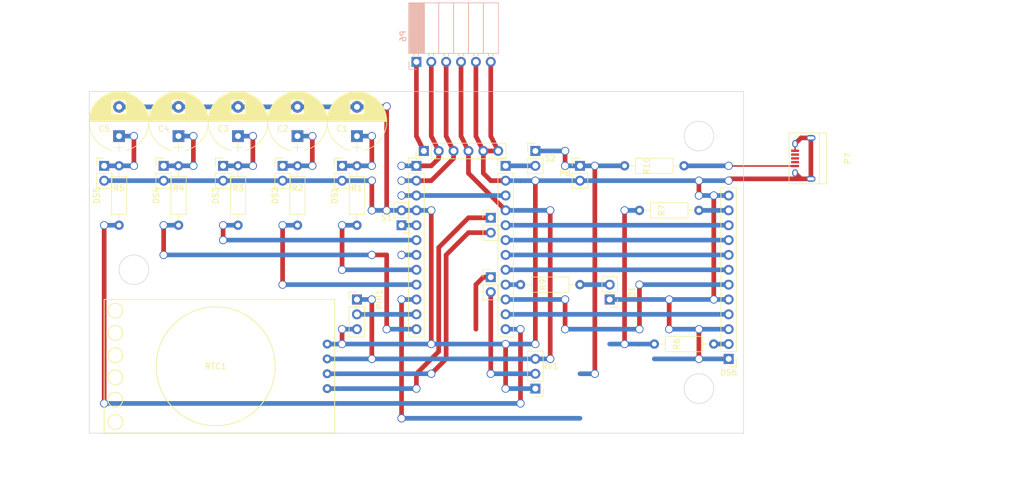
<source format=kicad_pcb>
(kicad_pcb (version 4) (host pcbnew 4.0.7)
  (title_block (title "Voltmeter Clock") (date 2017-04-02) (rev 1) (company "By Megasaturnv") (comment 1 "For Veroboard / Stripboard"))
  (layers (0 F.Cu signal) (31 B.Cu signal) (34 B.Paste user hide) (35 F.Paste user hide) (36 B.SilkS user) (37 F.SilkS user) (38 B.Mask user hide) (39 F.Mask user hide) (44 Edge.Cuts user))
  (net 0 "")
  (net 1 "/1(Tx)")
  (net 2 "/0(Rx)")
  (net 3 /Reset)
  (net 4 GND)
  (net 5 /2)
  (net 6 "/3(**)")
  (net 7 /4)
  (net 8 "/5(**)")
  (net 9 "/6(**)")
  (net 10 /7)
  (net 11 /8)
  (net 12 "/9(**)")
  (net 13 /DTR)
  (net 14 /A5)
  (net 15 /A4)
  (net 16 /RAW)
  (net 17 /A3)
  (net 18 /A2)
  (net 19 /A1)
  (net 20 /A0)
  (net 21 "/13(SCK)")
  (net 22 "/12(MISO)")
  (net 23 "/11(**/MOSI)")
  (net 24 "/10(**/SS)")
  (net 25 /A7)
  (net 26 /A6)
  (net 27 "Net-(C1-Pad1)")
  (net 28 "Net-(C2-Pad1)")
  (net 29 "Net-(C3-Pad1)")
  (net 30 "Net-(C4-Pad1)")
  (net 31 "Net-(C5-Pad1)")
  (net 32 "Net-(D1-Pad2)")
  (net 33 "Net-(DS6-Pad2)")
  (net 34 +3V3)
  (net 35 +5V)
  (net 36 "Net-(P7-Pad2)")
  (net 37 "Net-(P7-Pad3)")
  (net 38 "Net-(P7-Pad4)")
  (net 39 "Net-(DS6-Pad15)")
  (net 40 "Net-(P9-Pad2)")
  (net 41 /ONOFF_RAW)
  (module Connectors:USB_Micro-B (layer F.Cu) (at 152.4 41.91 90)
    (fp_text reference P7 (at 0 7.62 90) (layer F.SilkS))
    (fp_text value USB_OTG)
    (pad 1 smd rect (at -1.3 -1.35 180) (size 1.35 0.4) (layers F.Cu F.Paste F.Mask) (net 35 +5V))
    (pad 2 smd rect (at -0.65 -1.35 180) (size 1.35 0.4) (layers F.Cu F.Paste F.Mask) (net 36 "Net-(P7-Pad2)"))
    (pad 3 smd rect (at 0 -1.35 180) (size 1.35 0.4) (layers F.Cu F.Paste F.Mask) (net 37 "Net-(P7-Pad3)"))
    (pad 4 smd rect (at 0.65 -1.35 180) (size 1.35 0.4) (layers F.Cu F.Paste F.Mask) (net 38 "Net-(P7-Pad4)"))
    (pad 5 smd rect (at 1.3 -1.35 180) (size 1.35 0.4) (layers F.Cu F.Paste F.Mask) (net 4 GND))
    (pad 6 thru_hole oval (at -2.5 -1.35 180) (size 0.95 1.25) (drill oval 0.55 0.85) (layers *.Cu *.Mask) (net 4 GND))
    (pad 6 thru_hole oval (at 2.5 -1.35 180) (size 0.95 1.25) (drill oval 0.55 0.85) (layers *.Cu *.Mask) (net 4 GND))
    (pad 6 thru_hole oval (at -3.5 1.35 180) (size 1.55 1) (drill oval 1.15 0.5) (layers *.Cu *.Mask) (net 4 GND))
    (pad 6 thru_hole oval (at 3.5 1.35 180) (size 1.55 1) (drill oval 1.15 0.5) (layers *.Cu *.Mask) (net 4 GND))
  )
  (module Capacitors_THT:CP_Radial_D10.0mm_P5.00mm (layer F.Cu) (at 76.2 38.1 90)
    (fp_text reference C1 (at 1.27 -2.54 180) (layer F.SilkS))
    (fp_text value 47uF)
    (pad 1 thru_hole rect (at 0 0 90) (size 2 2) (drill 1) (layers *.Cu *.Mask) (net 27 "Net-(C1-Pad1)"))
    (pad 2 thru_hole circle (at 5 0 90) (size 2 2) (drill 1) (layers *.Cu *.Mask) (net 4 GND))
  )
  (module Capacitors_THT:CP_Radial_D10.0mm_P5.00mm (layer F.Cu) (at 66.04 38.1 90)
    (fp_text reference C2 (at 1.27 -2.54 180) (layer F.SilkS))
    (fp_text value 47uF)
    (pad 1 thru_hole rect (at 0 0 90) (size 2 2) (drill 1) (layers *.Cu *.Mask) (net 28 "Net-(C2-Pad1)"))
    (pad 2 thru_hole circle (at 5 0 90) (size 2 2) (drill 1) (layers *.Cu *.Mask) (net 4 GND))
  )
  (module Capacitors_THT:CP_Radial_D10.0mm_P5.00mm (layer F.Cu) (at 55.88 38.1 90)
    (fp_text reference C3 (at 1.27 -2.54 180) (layer F.SilkS))
    (fp_text value 47uF)
    (pad 1 thru_hole rect (at 0 0 90) (size 2 2) (drill 1) (layers *.Cu *.Mask) (net 29 "Net-(C3-Pad1)"))
    (pad 2 thru_hole circle (at 5 0 90) (size 2 2) (drill 1) (layers *.Cu *.Mask) (net 4 GND))
  )
  (module Capacitors_THT:CP_Radial_D10.0mm_P5.00mm (layer F.Cu) (at 45.72 38.1 90)
    (fp_text reference C4 (at 1.27 -2.54 180) (layer F.SilkS))
    (fp_text value 47uF)
    (pad 1 thru_hole rect (at 0 0 90) (size 2 2) (drill 1) (layers *.Cu *.Mask) (net 30 "Net-(C4-Pad1)"))
    (pad 2 thru_hole circle (at 5 0 90) (size 2 2) (drill 1) (layers *.Cu *.Mask) (net 4 GND))
  )
  (module Capacitors_THT:CP_Radial_D10.0mm_P5.00mm (layer F.Cu) (at 35.56 38.1 90)
    (fp_text reference C5 (at 1.27 -2.54 180) (layer F.SilkS))
    (fp_text value 47uF)
    (pad 1 thru_hole rect (at 0 0 90) (size 2 2) (drill 1) (layers *.Cu *.Mask) (net 31 "Net-(C5-Pad1)"))
    (pad 2 thru_hole circle (at 5 0 90) (size 2 2) (drill 1) (layers *.Cu *.Mask) (net 4 GND))
  )
  (module Pin_Headers:Pin_Header_Straight_1x02_Pitch2.54mm (layer F.Cu) (at 119.38 66.04 180)
    (fp_text reference D1 (at -3.81 1.27 270) (layer F.SilkS))
    (fp_text value LED)
    (pad 1 thru_hole rect (at 0 0 180) (size 1.7 1.7) (drill 1) (layers *.Cu *.Mask) (net 4 GND))
    (pad 2 thru_hole oval (at 0 2.54 180) (size 1.7 1.7) (drill 1) (layers *.Cu *.Mask) (net 32 "Net-(D1-Pad2)"))
  )
  (module Pin_Headers:Pin_Header_Straight_1x02_Pitch2.54mm (layer F.Cu) (at 73.66 43.18)
    (fp_text reference DS1 (at -1.27 5.08 90) (layer F.SilkS))
    (fp_text value VU_SECS)
    (pad 1 thru_hole rect (at 0 0) (size 1.7 1.7) (drill 1) (layers *.Cu *.Mask) (net 27 "Net-(C1-Pad1)"))
    (pad 2 thru_hole oval (at 0 2.54) (size 1.7 1.7) (drill 1) (layers *.Cu *.Mask) (net 4 GND))
  )
  (module Pin_Headers:Pin_Header_Straight_1x02_Pitch2.54mm (layer F.Cu) (at 63.5 43.18)
    (fp_text reference DS2 (at -1.27 5.08 90) (layer F.SilkS))
    (fp_text value VU_MINS)
    (pad 1 thru_hole rect (at 0 0) (size 1.7 1.7) (drill 1) (layers *.Cu *.Mask) (net 28 "Net-(C2-Pad1)"))
    (pad 2 thru_hole oval (at 0 2.54) (size 1.7 1.7) (drill 1) (layers *.Cu *.Mask) (net 4 GND))
  )
  (module Pin_Headers:Pin_Header_Straight_1x02_Pitch2.54mm (layer F.Cu) (at 53.34 43.18)
    (fp_text reference DS3 (at -1.27 5.08 90) (layer F.SilkS))
    (fp_text value VU_HOURS)
    (pad 1 thru_hole rect (at 0 0) (size 1.7 1.7) (drill 1) (layers *.Cu *.Mask) (net 29 "Net-(C3-Pad1)"))
    (pad 2 thru_hole oval (at 0 2.54) (size 1.7 1.7) (drill 1) (layers *.Cu *.Mask) (net 4 GND))
  )
  (module Pin_Headers:Pin_Header_Straight_1x02_Pitch2.54mm (layer F.Cu) (at 43.18 43.18)
    (fp_text reference DS4 (at -1.27 5.08 90) (layer F.SilkS))
    (fp_text value VU_DAY)
    (pad 1 thru_hole rect (at 0 0) (size 1.7 1.7) (drill 1) (layers *.Cu *.Mask) (net 30 "Net-(C4-Pad1)"))
    (pad 2 thru_hole oval (at 0 2.54) (size 1.7 1.7) (drill 1) (layers *.Cu *.Mask) (net 4 GND))
  )
  (module Pin_Headers:Pin_Header_Straight_1x02_Pitch2.54mm (layer F.Cu) (at 33.02 43.18)
    (fp_text reference DS5 (at -1.27 5.08 90) (layer F.SilkS))
    (fp_text value VU_MONTH)
    (pad 1 thru_hole rect (at 0 0) (size 1.7 1.7) (drill 1) (layers *.Cu *.Mask) (net 31 "Net-(C5-Pad1)"))
    (pad 2 thru_hole oval (at 0 2.54) (size 1.7 1.7) (drill 1) (layers *.Cu *.Mask) (net 4 GND))
  )
  (module Socket_Strips:Socket_Strip_Straight_1x12_Pitch2.54mm (layer F.Cu) (at 86.36 43.18)
    (fp_text reference P1 hide)
    (fp_text value Digital hide)
    (pad 1 thru_hole rect (at 0 0) (size 1.7 1.7) (drill 1) (layers *.Cu *.Mask) (net 1 "/1(Tx)"))
    (pad 2 thru_hole oval (at 0 2.54) (size 1.7 1.7) (drill 1) (layers *.Cu *.Mask) (net 2 "/0(Rx)"))
    (pad 3 thru_hole oval (at 0 5.08) (size 1.7 1.7) (drill 1) (layers *.Cu *.Mask) (net 3 /Reset))
    (pad 4 thru_hole oval (at 0 7.62) (size 1.7 1.7) (drill 1) (layers *.Cu *.Mask) (net 4 GND))
    (pad 5 thru_hole oval (at 0 10.16) (size 1.7 1.7) (drill 1) (layers *.Cu *.Mask) (net 5 /2))
    (pad 6 thru_hole oval (at 0 12.7) (size 1.7 1.7) (drill 1) (layers *.Cu *.Mask) (net 6 "/3(**)"))
    (pad 7 thru_hole oval (at 0 15.24) (size 1.7 1.7) (drill 1) (layers *.Cu *.Mask) (net 7 /4))
    (pad 8 thru_hole oval (at 0 17.78) (size 1.7 1.7) (drill 1) (layers *.Cu *.Mask) (net 8 "/5(**)"))
    (pad 9 thru_hole oval (at 0 20.32) (size 1.7 1.7) (drill 1) (layers *.Cu *.Mask) (net 9 "/6(**)"))
    (pad 10 thru_hole oval (at 0 22.86) (size 1.7 1.7) (drill 1) (layers *.Cu *.Mask) (net 10 /7))
    (pad 11 thru_hole oval (at 0 25.4) (size 1.7 1.7) (drill 1) (layers *.Cu *.Mask) (net 11 /8))
    (pad 12 thru_hole oval (at 0 27.94) (size 1.7 1.7) (drill 1) (layers *.Cu *.Mask) (net 12 "/9(**)"))
  )
  (module Pin_Headers:Pin_Header_Straight_1x06_Pitch2.54mm (layer F.Cu) (at 87.63 40.64 90)
    (fp_text reference P2 hide)
    (fp_text value COM hide)
    (pad 1 thru_hole rect (at 0 0 90) (size 1.7 1.7) (drill 1) (layers *.Cu *.Mask) (net 13 /DTR))
    (pad 2 thru_hole oval (at 0 2.54 90) (size 1.7 1.7) (drill 1) (layers *.Cu *.Mask) (net 1 "/1(Tx)"))
    (pad 3 thru_hole oval (at 0 5.08 90) (size 1.7 1.7) (drill 1) (layers *.Cu *.Mask) (net 2 "/0(Rx)"))
    (pad 4 thru_hole oval (at 0 7.62 90) (size 1.7 1.7) (drill 1) (layers *.Cu *.Mask) (net 34 +3V3))
    (pad 5 thru_hole oval (at 0 10.16 90) (size 1.7 1.7) (drill 1) (layers *.Cu *.Mask) (net 4 GND))
    (pad 6 thru_hole oval (at 0 12.7 90) (size 1.7 1.7) (drill 1) (layers *.Cu *.Mask) (net 4 GND))
  )
  (module Pin_Headers:Pin_Header_Straight_1x02_Pitch2.54mm (layer F.Cu) (at 99.06 52.07)
    (fp_text reference P3 hide)
    (fp_text value ADC hide)
    (pad 1 thru_hole rect (at 0 0) (size 1.7 1.7) (drill 1) (layers *.Cu *.Mask) (net 14 /A5))
    (pad 2 thru_hole oval (at 0 2.54) (size 1.7 1.7) (drill 1) (layers *.Cu *.Mask) (net 15 /A4))
  )
  (module Socket_Strips:Socket_Strip_Straight_1x12_Pitch2.54mm (layer F.Cu) (at 101.6 43.18)
    (fp_text reference P4 hide)
    (fp_text value Analog hide)
    (pad 1 thru_hole rect (at 0 0) (size 1.7 1.7) (drill 1) (layers *.Cu *.Mask) (net 16 /RAW))
    (pad 2 thru_hole oval (at 0 2.54) (size 1.7 1.7) (drill 1) (layers *.Cu *.Mask) (net 4 GND))
    (pad 3 thru_hole oval (at 0 5.08) (size 1.7 1.7) (drill 1) (layers *.Cu *.Mask) (net 3 /Reset))
    (pad 4 thru_hole oval (at 0 7.62) (size 1.7 1.7) (drill 1) (layers *.Cu *.Mask) (net 34 +3V3))
    (pad 5 thru_hole oval (at 0 10.16) (size 1.7 1.7) (drill 1) (layers *.Cu *.Mask) (net 17 /A3))
    (pad 6 thru_hole oval (at 0 12.7) (size 1.7 1.7) (drill 1) (layers *.Cu *.Mask) (net 18 /A2))
    (pad 7 thru_hole oval (at 0 15.24) (size 1.7 1.7) (drill 1) (layers *.Cu *.Mask) (net 19 /A1))
    (pad 8 thru_hole oval (at 0 17.78) (size 1.7 1.7) (drill 1) (layers *.Cu *.Mask) (net 20 /A0))
    (pad 9 thru_hole oval (at 0 20.32) (size 1.7 1.7) (drill 1) (layers *.Cu *.Mask) (net 21 "/13(SCK)"))
    (pad 10 thru_hole oval (at 0 22.86) (size 1.7 1.7) (drill 1) (layers *.Cu *.Mask) (net 22 "/12(MISO)"))
    (pad 11 thru_hole oval (at 0 25.4) (size 1.7 1.7) (drill 1) (layers *.Cu *.Mask) (net 23 "/11(**/MOSI)"))
    (pad 12 thru_hole oval (at 0 27.94) (size 1.7 1.7) (drill 1) (layers *.Cu *.Mask) (net 24 "/10(**/SS)"))
  )
  (module Pin_Headers:Pin_Header_Straight_1x02_Pitch2.54mm (layer F.Cu) (at 99.06 62.23)
    (fp_text reference P5 hide)
    (fp_text value ADC hide)
    (pad 1 thru_hole rect (at 0 0) (size 1.7 1.7) (drill 1) (layers *.Cu *.Mask) (net 25 /A7))
    (pad 2 thru_hole oval (at 0 2.54) (size 1.7 1.7) (drill 1) (layers *.Cu *.Mask) (net 26 /A6))
  )
  (module Socket_Strips:Socket_Strip_Angled_1x06_Pitch2.54mm (layer B.Cu) (at 86.36 25.4 270)
    (fp_text reference P6 (at -4.38 2.27 270) (layer B.SilkS) (effects (justify mirror)))
    (fp_text value Serial_Conn)
    (pad 1 thru_hole rect (at 0 0 270) (size 1.7 1.7) (drill 1) (layers *.Cu *.Mask) (net 13 /DTR))
    (pad 2 thru_hole oval (at 0 -2.54 270) (size 1.7 1.7) (drill 1) (layers *.Cu *.Mask) (net 1 "/1(Tx)"))
    (pad 3 thru_hole oval (at 0 -5.08 270) (size 1.7 1.7) (drill 1) (layers *.Cu *.Mask) (net 2 "/0(Rx)"))
    (pad 4 thru_hole oval (at 0 -7.62 270) (size 1.7 1.7) (drill 1) (layers *.Cu *.Mask) (net 34 +3V3))
    (pad 5 thru_hole oval (at 0 -10.16 270) (size 1.7 1.7) (drill 1) (layers *.Cu *.Mask) (net 4 GND))
    (pad 6 thru_hole oval (at 0 -12.7 270) (size 1.7 1.7) (drill 1) (layers *.Cu *.Mask) (net 4 GND))
  )
  (module Pin_Headers:Pin_Header_Straight_1x02_Pitch2.54mm (layer F.Cu) (at 114.3 43.18)
    (fp_text reference P8 (at -2.54 1.27) (layer F.SilkS))
    (fp_text value Battery_Conn)
    (pad 1 thru_hole rect (at 0 0) (size 1.7 1.7) (drill 1) (layers *.Cu *.Mask) (net 41 /ONOFF_RAW))
    (pad 2 thru_hole oval (at 0 2.54) (size 1.7 1.7) (drill 1) (layers *.Cu *.Mask) (net 4 GND))
  )
  (module Pin_Headers:Pin_Header_Straight_1x03_Pitch2.54mm (layer F.Cu) (at 76.2 66.04)
    (fp_text reference PIR1 (at 3.81 0 90) (layer F.SilkS))
    (fp_text value PIR_SENSOR)
    (pad 1 thru_hole rect (at 0 0) (size 1.7 1.7) (drill 1) (layers *.Cu *.Mask) (net 34 +3V3))
    (pad 2 thru_hole oval (at 0 2.54) (size 1.7 1.7) (drill 1) (layers *.Cu *.Mask) (net 11 /8))
    (pad 3 thru_hole oval (at 0 5.08) (size 1.7 1.7) (drill 1) (layers *.Cu *.Mask) (net 4 GND))
  )
  (module Resistors_THT:R_Axial_DIN0207_L6.3mm_D2.5mm_P10.16mm_Horizontal (layer F.Cu) (at 76.2 53.34 90)
    (fp_text reference R1 (at 6.35 0 180) (layer F.SilkS))
    (fp_text value 470R)
    (pad 1 thru_hole circle (at 0 0 90) (size 1.6 1.6) (drill 0.8) (layers *.Cu *.Mask) (net 8 "/5(**)"))
    (pad 2 thru_hole oval (at 10.16 0 90) (size 1.6 1.6) (drill 0.8) (layers *.Cu *.Mask) (net 27 "Net-(C1-Pad1)"))
  )
  (module Resistors_THT:R_Axial_DIN0207_L6.3mm_D2.5mm_P10.16mm_Horizontal (layer F.Cu) (at 66.04 53.34 90)
    (fp_text reference R2 (at 6.35 0 180) (layer F.SilkS))
    (fp_text value 470R)
    (pad 1 thru_hole circle (at 0 0 90) (size 1.6 1.6) (drill 0.8) (layers *.Cu *.Mask) (net 9 "/6(**)"))
    (pad 2 thru_hole oval (at 10.16 0 90) (size 1.6 1.6) (drill 0.8) (layers *.Cu *.Mask) (net 28 "Net-(C2-Pad1)"))
  )
  (module Resistors_THT:R_Axial_DIN0207_L6.3mm_D2.5mm_P10.16mm_Horizontal (layer F.Cu) (at 55.88 53.34 90)
    (fp_text reference R3 (at 6.35 0 180) (layer F.SilkS))
    (fp_text value 470R)
    (pad 1 thru_hole circle (at 0 0 90) (size 1.6 1.6) (drill 0.8) (layers *.Cu *.Mask) (net 6 "/3(**)"))
    (pad 2 thru_hole oval (at 10.16 0 90) (size 1.6 1.6) (drill 0.8) (layers *.Cu *.Mask) (net 29 "Net-(C3-Pad1)"))
  )
  (module Resistors_THT:R_Axial_DIN0207_L6.3mm_D2.5mm_P10.16mm_Horizontal (layer F.Cu) (at 45.72 53.34 90)
    (fp_text reference R4 (at 6.35 0 180) (layer F.SilkS))
    (fp_text value 470R)
    (pad 1 thru_hole circle (at 0 0 90) (size 1.6 1.6) (drill 0.8) (layers *.Cu *.Mask) (net 12 "/9(**)"))
    (pad 2 thru_hole oval (at 10.16 0 90) (size 1.6 1.6) (drill 0.8) (layers *.Cu *.Mask) (net 30 "Net-(C4-Pad1)"))
  )
  (module Resistors_THT:R_Axial_DIN0207_L6.3mm_D2.5mm_P10.16mm_Horizontal (layer F.Cu) (at 35.56 53.34 90)
    (fp_text reference R5 (at 6.35 0 180) (layer F.SilkS))
    (fp_text value 470R)
    (pad 1 thru_hole circle (at 0 0 90) (size 1.6 1.6) (drill 0.8) (layers *.Cu *.Mask) (net 24 "/10(**/SS)"))
    (pad 2 thru_hole oval (at 10.16 0 90) (size 1.6 1.6) (drill 0.8) (layers *.Cu *.Mask) (net 31 "Net-(C5-Pad1)"))
  )
  (module Resistors_THT:R_Axial_DIN0207_L6.3mm_D2.5mm_P10.16mm_Horizontal (layer F.Cu) (at 127 73.66)
    (fp_text reference R6 (at 3.81 0 90) (layer F.SilkS))
    (fp_text value 1000R)
    (pad 1 thru_hole circle (at 0 0) (size 1.6 1.6) (drill 0.8) (layers *.Cu *.Mask) (net 40 "Net-(P9-Pad2)"))
    (pad 2 thru_hole oval (at 10.16 0) (size 1.6 1.6) (drill 0.8) (layers *.Cu *.Mask) (net 33 "Net-(DS6-Pad2)"))
  )
  (module Resistors_THT:R_Axial_DIN0207_L6.3mm_D2.5mm_P10.16mm_Horizontal (layer F.Cu) (at 124.46 50.8)
    (fp_text reference R7 (at 3.81 0 90) (layer F.SilkS))
    (fp_text value 1000R)
    (pad 1 thru_hole circle (at 0 0) (size 1.6 1.6) (drill 0.8) (layers *.Cu *.Mask) (net 40 "Net-(P9-Pad2)"))
    (pad 2 thru_hole oval (at 10.16 0) (size 1.6 1.6) (drill 0.8) (layers *.Cu *.Mask) (net 39 "Net-(DS6-Pad15)"))
  )
  (module Resistors_THT:R_Axial_DIN0207_L6.3mm_D2.5mm_P10.16mm_Horizontal (layer F.Cu) (at 114.3 63.5 180)
    (fp_text reference R9 (at 6.35 0 270) (layer F.SilkS))
    (fp_text value 1000R)
    (pad 1 thru_hole circle (at 0 0 180) (size 1.6 1.6) (drill 0.8) (layers *.Cu *.Mask) (net 32 "Net-(D1-Pad2)"))
    (pad 2 thru_hole oval (at 10.16 0 180) (size 1.6 1.6) (drill 0.8) (layers *.Cu *.Mask) (net 21 "/13(SCK)"))
  )
  (module Resistors_THT:R_Axial_DIN0207_L6.3mm_D2.5mm_P10.16mm_Horizontal (layer F.Cu) (at 132.08 43.18 180)
    (fp_text reference R10 (at 6.35 0 270) (layer F.SilkS))
    (fp_text value 100R)
    (pad 1 thru_hole circle (at 0 0 180) (size 1.6 1.6) (drill 0.8) (layers *.Cu *.Mask) (net 35 +5V))
    (pad 2 thru_hole oval (at 10.16 0 180) (size 1.6 1.6) (drill 0.8) (layers *.Cu *.Mask) (net 41 /ONOFF_RAW))
  )
  (module Pin_Headers:Pin_Header_Straight_1x03_Pitch2.54mm (layer F.Cu) (at 106.68 81.28 180)
    (fp_text reference RV1 (at -2.54 3.81 180) (layer F.SilkS))
    (fp_text value POT)
    (pad 1 thru_hole rect (at 0 0 180) (size 1.7 1.7) (drill 1) (layers *.Cu *.Mask) (net 4 GND))
    (pad 2 thru_hole oval (at 0 2.54 180) (size 1.7 1.7) (drill 1) (layers *.Cu *.Mask) (net 26 /A6))
    (pad 3 thru_hole oval (at 0 5.08 180) (size 1.7 1.7) (drill 1) (layers *.Cu *.Mask) (net 34 +3V3))
  )
  (module Pin_Headers:Pin_Header_Straight_1x02_Pitch2.54mm (layer F.Cu) (at 83.82 53.34 180)
    (fp_text reference S1 (at 2.54 1.27 180) (layer F.SilkS))
    (fp_text value PUSH_BUTTON)
    (pad 1 thru_hole rect (at 0 0 180) (size 1.7 1.7) (drill 1) (layers *.Cu *.Mask) (net 5 /2))
    (pad 2 thru_hole oval (at 0 2.54 180) (size 1.7 1.7) (drill 1) (layers *.Cu *.Mask) (net 4 GND))
  )
  (module Pin_Headers:Pin_Header_Straight_1x02_Pitch2.54mm (layer F.Cu) (at 106.68 40.64)
    (fp_text reference S2 (at 2.54 1.27) (layer F.SilkS))
    (fp_text value ON/OFF_SWITCH)
    (pad 1 thru_hole rect (at 0 0) (size 1.7 1.7) (drill 1) (layers *.Cu *.Mask) (net 41 /ONOFF_RAW))
    (pad 2 thru_hole oval (at 0 2.54) (size 1.7 1.7) (drill 1) (layers *.Cu *.Mask) (net 16 /RAW))
  )
  (module Pin_Headers:Pin_Header_Straight_1x12_Pitch2.54mm (layer F.Cu) (at 139.7 76.2 180)
    (fp_text reference DS6 (at 0 -2.33 180) (layer F.SilkS))
    (fp_text value 2004_LCD_DISPLAY)
    (pad 1 thru_hole rect (at 0 0 180) (size 1.7 1.7) (drill 1) (layers *.Cu *.Mask) (net 4 GND))
    (pad 2 thru_hole oval (at 0 2.54 180) (size 1.7 1.7) (drill 1) (layers *.Cu *.Mask) (net 33 "Net-(DS6-Pad2)"))
    (pad 3 thru_hole oval (at 0 5.08 180) (size 1.7 1.7) (drill 1) (layers *.Cu *.Mask) (net 4 GND))
    (pad 4 thru_hole oval (at 0 7.62 180) (size 1.7 1.7) (drill 1) (layers *.Cu *.Mask) (net 23 "/11(**/MOSI)"))
    (pad 5 thru_hole oval (at 0 10.16 180) (size 1.7 1.7) (drill 1) (layers *.Cu *.Mask) (net 4 GND))
    (pad 6 thru_hole oval (at 0 12.7 180) (size 1.7 1.7) (drill 1) (layers *.Cu *.Mask) (net 22 "/12(MISO)"))
    (pad 11 thru_hole oval (at 0 15.24 180) (size 1.7 1.7) (drill 1) (layers *.Cu *.Mask) (net 20 /A0))
    (pad 12 thru_hole oval (at 0 17.78 180) (size 1.7 1.7) (drill 1) (layers *.Cu *.Mask) (net 19 /A1))
    (pad 13 thru_hole oval (at 0 20.32 180) (size 1.7 1.7) (drill 1) (layers *.Cu *.Mask) (net 18 /A2))
    (pad 14 thru_hole oval (at 0 22.86 180) (size 1.7 1.7) (drill 1) (layers *.Cu *.Mask) (net 17 /A3))
    (pad 15 thru_hole oval (at 0 25.4 180) (size 1.7 1.7) (drill 1) (layers *.Cu *.Mask) (net 39 "Net-(DS6-Pad15)"))
    (pad 16 thru_hole oval (at 0 27.94 180) (size 1.7 1.7) (drill 1) (layers *.Cu *.Mask) (net 4 GND))
  )
  (module VoltmeterDisplayFootprintLibrary:RTC_DS3231 (layer F.Cu) (at 33.02 66.04)
    (fp_text reference RTC1 (at 19.05 11.43) (layer F.SilkS))
    (fp_text value RTC_DS3231)
    (pad 1 thru_hole circle (at 38.1 7.62) (size 1.524 1.524) (drill 0.762) (layers *.Cu *.Mask) (net 4 GND))
    (pad 2 thru_hole circle (at 38.1 10.16) (size 1.524 1.524) (drill 0.762) (layers *.Cu *.Mask) (net 34 +3V3))
    (pad 3 thru_hole circle (at 38.1 12.7) (size 1.524 1.524) (drill 0.762) (layers *.Cu *.Mask) (net 15 /A4))
    (pad 4 thru_hole circle (at 38.1 15.24) (size 1.524 1.524) (drill 0.762) (layers *.Cu *.Mask) (net 14 /A5))
  )
  (gr_line (start 142.24 30.48) (end 30.48 30.48) (angle 90) (layer Edge.Cuts) (width 0.1))
  (gr_line (start 30.48 88.9) (end 142.24 88.9) (angle 90) (layer Edge.Cuts) (width 0.1))
  (gr_line (start 142.24 30.48) (end 142.24 88.9) (angle 90) (layer Edge.Cuts) (width 0.1))
  (gr_line (start 30.48 88.9) (end 30.48 30.48) (angle 90) (layer Edge.Cuts) (width 0.1))
  (gr_circle (center 134.62 81.28) (end 134.62 83.82) (layer Edge.Cuts) (width 0.1))
  (gr_circle (center 134.62 38.1) (end 134.62 35.56) (layer Edge.Cuts) (width 0.1))
  (gr_circle (center 38.1 60.96) (end 38.1 63.5) (layer Edge.Cuts) (width 0.1))
  (segment (start 90.17 40.64) (end 88.9 38.1) (width 0.8) (layer F.Cu) (net 1))
  (segment (start 88.9 38.1) (end 88.9 25.4) (width 0.8) (layer F.Cu) (net 1))
  (segment (start 90.17 40.64) (end 90.17 41.91) (width 0.8) (layer F.Cu) (net 1))
  (segment (start 86.36 43.18) (end 83.82 43.18) (width 0.8) (layer B.Cu) (net 1))
  (via (at 83.82 43.18) (size 1.4) (drill 1.1) (layers F.Cu B.Cu) (net 1))
  (segment (start 90.17 41.91) (end 88.9 43.18) (width 0.8) (layer F.Cu) (net 1))
  (segment (start 88.9 43.18) (end 86.36 43.18) (width 0.8) (layer F.Cu) (net 1))
  (segment (start 86.36 45.72) (end 83.82 45.72) (width 0.8) (layer B.Cu) (net 2))
  (via (at 83.82 45.72) (size 1.4) (drill 1.1) (layers F.Cu B.Cu) (net 2))
  (segment (start 92.71 40.64) (end 91.44 38.1) (width 0.8) (layer F.Cu) (net 2))
  (segment (start 91.44 38.1) (end 91.44 25.4) (width 0.8) (layer F.Cu) (net 2))
  (segment (start 92.71 40.64) (end 92.71 41.91) (width 0.8) (layer F.Cu) (net 2))
  (segment (start 92.71 41.91) (end 88.9 45.72) (width 0.8) (layer F.Cu) (net 2))
  (segment (start 88.9 45.72) (end 86.36 45.72) (width 0.8) (layer F.Cu) (net 2))
  (segment (start 101.6 48.26) (end 86.36 48.26) (width 0.8) (layer B.Cu) (net 3))
  (segment (start 86.36 48.26) (end 83.82 48.26) (width 0.8) (layer B.Cu) (net 3))
  (via (at 83.82 48.26) (size 1.4) (drill 1.1) (layers F.Cu B.Cu) (net 3))
  (segment (start 100.33 40.64) (end 99.06 38.1) (width 0.8) (layer F.Cu) (net 4))
  (segment (start 99.06 38.1) (end 99.06 25.4) (width 0.8) (layer F.Cu) (net 4))
  (segment (start 97.79 40.64) (end 96.52 38.1) (width 0.8) (layer F.Cu) (net 4))
  (segment (start 96.52 38.1) (end 96.52 25.4) (width 0.8) (layer F.Cu) (net 4))
  (segment (start 97.79 40.64) (end 100.33 40.64) (width 0.8) (layer F.Cu) (net 4))
  (segment (start 101.6 45.72) (end 99.06 45.72) (width 0.8) (layer F.Cu) (net 4))
  (segment (start 99.06 45.72) (end 97.79 44.45) (width 0.8) (layer F.Cu) (net 4))
  (segment (start 97.79 44.45) (end 97.79 40.64) (width 0.8) (layer F.Cu) (net 4))
  (via (at 73.66 71.12) (size 1.4) (drill 1.1) (layers F.Cu B.Cu) (net 4))
  (segment (start 101.6 73.66) (end 88.9 73.66) (width 0.8) (layer B.Cu) (net 4))
  (segment (start 73.66 73.66) (end 88.9 73.66) (width 0.8) (layer B.Cu) (net 4))
  (segment (start 88.9 50.8) (end 86.36 50.8) (width 0.8) (layer B.Cu) (net 4))
  (via (at 88.9 73.66) (size 1.4) (drill 1.1) (layers F.Cu B.Cu) (net 4))
  (segment (start 88.9 73.66) (end 88.9 50.8) (width 0.8) (layer F.Cu) (net 4))
  (via (at 88.9 50.8) (size 1.4) (drill 1.1) (layers F.Cu B.Cu) (net 4))
  (segment (start 81.28 50.8) (end 86.36 50.8) (width 0.8) (layer B.Cu) (net 4))
  (segment (start 78.74 50.8) (end 81.28 50.8) (width 0.8) (layer B.Cu) (net 4))
  (segment (start 81.28 33.02) (end 76.2 33.1) (width 0.8) (layer B.Cu) (net 4))
  (via (at 81.28 50.8) (size 1.4) (drill 1.1) (layers F.Cu B.Cu) (net 4))
  (segment (start 81.28 33.02) (end 81.28 50.8) (width 0.8) (layer F.Cu) (net 4))
  (via (at 81.28 33.02) (size 1.4) (drill 1.1) (layers F.Cu B.Cu) (net 4))
  (segment (start 81.2 33.1) (end 81.28 33.02) (width 0.8) (layer B.Cu) (net 4))
  (segment (start 73.66 45.72) (end 78.74 45.72) (width 0.8) (layer B.Cu) (net 4))
  (segment (start 73.66 71.12) (end 76.2 71.12) (width 0.8) (layer B.Cu) (net 4))
  (segment (start 73.66 71.12) (end 73.66 73.66) (width 0.8) (layer F.Cu) (net 4))
  (via (at 73.66 73.66) (size 1.4) (drill 1.1) (layers F.Cu B.Cu) (net 4))
  (segment (start 73.66 71.12) (end 73.66 71.12) (width 0.8) (layer B.Cu) (net 4))
  (segment (start 127 76.2) (end 134.62 76.2) (width 0.8) (layer B.Cu) (net 4))
  (segment (start 106.68 45.72) (end 114.3 45.72) (width 0.8) (layer B.Cu) (net 4))
  (segment (start 114.3 45.72) (end 134.62 45.72) (width 0.8) (layer B.Cu) (net 4))
  (segment (start 134.62 45.72) (end 139.7 45.72) (width 0.8) (layer B.Cu) (net 4))
  (segment (start 140.01 45.41) (end 152.05 45.41) (width 0.8) (layer F.Cu) (net 4))
  (segment (start 139.7 45.72) (end 140.01 45.41) (width 0.8) (layer F.Cu) (net 4))
  (via (at 139.7 45.72) (size 1.4) (drill 1.1) (layers F.Cu B.Cu) (net 4))
  (segment (start 151.05 39.41) (end 151.05 40.61) (width 0.25) (layer F.Cu) (net 4))
  (segment (start 153.75 45.41) (end 152.05 45.41) (width 0.8) (layer F.Cu) (net 4))
  (segment (start 152.05 45.41) (end 151.05 44.41) (width 0.8) (layer F.Cu) (net 4))
  (segment (start 153.75 38.41) (end 152.05 38.41) (width 0.8) (layer F.Cu) (net 4))
  (segment (start 152.05 38.41) (end 151.05 39.41) (width 0.8) (layer F.Cu) (net 4))
  (via (at 78.74 50.8) (size 1.4) (drill 1.1) (layers F.Cu B.Cu) (net 4))
  (via (at 78.74 45.72) (size 1.4) (drill 1.1) (layers F.Cu B.Cu) (net 4))
  (segment (start 78.74 45.72) (end 78.74 50.8) (width 0.8) (layer F.Cu) (net 4))
  (segment (start 153.75 45.41) (end 153.75 38.41) (width 0.8) (layer F.Cu) (net 4))
  (segment (start 76.2 33.1) (end 66.04 33.1) (width 0.8) (layer B.Cu) (net 4))
  (segment (start 63.5 45.72) (end 73.66 45.72) (width 0.8) (layer B.Cu) (net 4))
  (via (at 134.62 45.72) (size 1.4) (drill 1.1) (layers F.Cu B.Cu) (net 4))
  (segment (start 134.62 45.72) (end 134.62 48.26) (width 0.8) (layer F.Cu) (net 4))
  (segment (start 101.6 45.72) (end 104.14 45.72) (width 0.8) (layer B.Cu) (net 4))
  (segment (start 104.14 45.72) (end 106.68 45.72) (width 0.8) (layer B.Cu) (net 4))
  (via (at 106.68 45.72) (size 1.4) (drill 1.1) (layers F.Cu B.Cu) (net 4))
  (segment (start 106.68 45.72) (end 106.68 73.66) (width 0.8) (layer F.Cu) (net 4))
  (segment (start 106.68 73.66) (end 101.6 73.66) (width 0.8) (layer B.Cu) (net 4))
  (via (at 106.68 73.66) (size 1.4) (drill 1.1) (layers F.Cu B.Cu) (net 4))
  (segment (start 119.38 66.04) (end 129.54 66.04) (width 0.8) (layer B.Cu) (net 4))
  (segment (start 101.6 81.28) (end 106.68 81.28) (width 0.8) (layer B.Cu) (net 4))
  (via (at 101.6 73.66) (size 1.4) (drill 1.1) (layers F.Cu B.Cu) (net 4))
  (segment (start 101.6 73.66) (end 101.6 81.28) (width 0.8) (layer F.Cu) (net 4))
  (via (at 101.6 81.28) (size 1.4) (drill 1.1) (layers F.Cu B.Cu) (net 4))
  (segment (start 73.66 73.66) (end 71.12 73.66) (width 0.8) (layer B.Cu) (net 4))
  (segment (start 86.36 50.8) (end 83.82 50.8) (width 0.8) (layer B.Cu) (net 4))
  (segment (start 33.02 45.72) (end 43.18 45.72) (width 0.8) (layer B.Cu) (net 4))
  (segment (start 43.18 45.72) (end 53.34 45.72) (width 0.8) (layer B.Cu) (net 4))
  (segment (start 53.34 45.72) (end 63.5 45.72) (width 0.8) (layer B.Cu) (net 4))
  (segment (start 35.56 33.1) (end 45.72 33.1) (width 0.8) (layer B.Cu) (net 4))
  (segment (start 45.72 33.1) (end 55.88 33.1) (width 0.8) (layer B.Cu) (net 4))
  (segment (start 55.88 33.1) (end 66.04 33.1) (width 0.8) (layer B.Cu) (net 4))
  (segment (start 129.54 66.04) (end 137.16 66.04) (width 0.8) (layer B.Cu) (net 4))
  (via (at 129.54 66.04) (size 1.4) (drill 1.1) (layers F.Cu B.Cu) (net 4))
  (via (at 129.54 71.12) (size 1.4) (drill 1.1) (layers F.Cu B.Cu) (net 4))
  (segment (start 129.54 71.12) (end 129.54 66.04) (width 0.8) (layer F.Cu) (net 4))
  (via (at 134.62 71.12) (size 1.4) (drill 1.1) (layers F.Cu B.Cu) (net 4))
  (segment (start 134.62 71.12) (end 129.54 71.12) (width 0.8) (layer B.Cu) (net 4))
  (segment (start 134.62 48.26) (end 137.16 48.26) (width 0.8) (layer B.Cu) (net 4))
  (via (at 134.62 48.26) (size 1.4) (drill 1.1) (layers F.Cu B.Cu) (net 4))
  (via (at 137.16 48.26) (size 1.4) (drill 1.1) (layers F.Cu B.Cu) (net 4))
  (segment (start 139.7 76.2) (end 134.62 76.2) (width 0.8) (layer B.Cu) (net 4))
  (segment (start 134.62 76.2) (end 134.62 71.12) (width 0.8) (layer F.Cu) (net 4))
  (via (at 134.62 76.2) (size 1.4) (drill 1.1) (layers F.Cu B.Cu) (net 4))
  (segment (start 137.16 48.26) (end 139.7 48.26) (width 0.8) (layer B.Cu) (net 4))
  (segment (start 139.7 66.04) (end 137.16 66.04) (width 0.8) (layer B.Cu) (net 4))
  (via (at 137.16 66.04) (size 1.4) (drill 1.1) (layers F.Cu B.Cu) (net 4))
  (segment (start 137.16 66.04) (end 137.16 48.26) (width 0.8) (layer F.Cu) (net 4))
  (segment (start 134.62 71.12) (end 139.7 71.12) (width 0.8) (layer B.Cu) (net 4))
  (segment (start 86.36 53.34) (end 83.82 53.34) (width 0.8) (layer B.Cu) (net 5))
  (segment (start 86.36 55.88) (end 53.34 55.88) (width 0.8) (layer B.Cu) (net 6))
  (segment (start 53.34 53.34) (end 55.88 53.34) (width 0.8) (layer B.Cu) (net 6))
  (via (at 53.34 53.34) (size 1.4) (drill 1.1) (layers F.Cu B.Cu) (net 6))
  (segment (start 53.34 55.88) (end 53.34 53.34) (width 0.8) (layer F.Cu) (net 6))
  (via (at 53.34 55.88) (size 1.4) (drill 1.1) (layers F.Cu B.Cu) (net 6))
  (segment (start 86.36 58.42) (end 83.82 58.42) (width 0.8) (layer B.Cu) (net 7))
  (via (at 83.82 58.42) (size 1.4) (drill 1.1) (layers F.Cu B.Cu) (net 7))
  (segment (start 86.36 60.96) (end 73.66 60.96) (width 0.8) (layer B.Cu) (net 8))
  (via (at 73.66 60.96) (size 1.4) (drill 1.1) (layers F.Cu B.Cu) (net 8))
  (segment (start 73.66 60.96) (end 73.66 53.34) (width 0.8) (layer F.Cu) (net 8))
  (via (at 73.66 53.34) (size 1.4) (drill 1.1) (layers F.Cu B.Cu) (net 8))
  (segment (start 73.66 53.34) (end 76.2 53.34) (width 0.8) (layer B.Cu) (net 8))
  (segment (start 66.04 53.34) (end 63.5 53.34) (width 0.8) (layer B.Cu) (net 9))
  (segment (start 63.5 63.5) (end 86.36 63.5) (width 0.8) (layer B.Cu) (net 9))
  (via (at 63.5 63.5) (size 1.4) (drill 1.1) (layers F.Cu B.Cu) (net 9))
  (segment (start 63.5 53.34) (end 63.5 63.5) (width 0.8) (layer F.Cu) (net 9))
  (via (at 63.5 53.34) (size 1.4) (drill 1.1) (layers F.Cu B.Cu) (net 9))
  (segment (start 114.3 86.36) (end 83.82 86.36) (width 0.8) (layer B.Cu) (net 10))
  (via (at 83.82 86.36) (size 1.4) (drill 1.1) (layers F.Cu B.Cu) (net 10))
  (segment (start 83.82 86.36) (end 83.82 66.04) (width 0.8) (layer F.Cu) (net 10))
  (via (at 83.82 66.04) (size 1.4) (drill 1.1) (layers F.Cu B.Cu) (net 10))
  (segment (start 83.82 66.04) (end 86.36 66.04) (width 0.8) (layer B.Cu) (net 10))
  (segment (start 76.2 68.58) (end 86.36 68.58) (width 0.8) (layer B.Cu) (net 11))
  (segment (start 81.28 71.12) (end 81.28 58.42) (width 0.8) (layer F.Cu) (net 12))
  (segment (start 81.28 58.42) (end 78.74 58.42) (width 0.8) (layer F.Cu) (net 12))
  (segment (start 81.28 71.12) (end 86.36 71.12) (width 0.8) (layer B.Cu) (net 12))
  (via (at 81.28 71.12) (size 1.4) (drill 1.1) (layers F.Cu B.Cu) (net 12))
  (via (at 78.74 58.42) (size 1.4) (drill 1.1) (layers F.Cu B.Cu) (net 12))
  (segment (start 78.74 58.42) (end 43.18 58.42) (width 0.8) (layer B.Cu) (net 12))
  (via (at 43.18 58.42) (size 1.4) (drill 1.1) (layers F.Cu B.Cu) (net 12))
  (segment (start 43.18 58.42) (end 43.18 53.34) (width 0.8) (layer F.Cu) (net 12))
  (via (at 43.18 53.34) (size 1.4) (drill 1.1) (layers F.Cu B.Cu) (net 12))
  (segment (start 45.72 53.34) (end 43.18 53.34) (width 0.8) (layer B.Cu) (net 12))
  (segment (start 87.63 40.64) (end 86.36 38.1) (width 0.8) (layer F.Cu) (net 13))
  (segment (start 86.36 38.1) (end 86.36 25.4) (width 0.8) (layer F.Cu) (net 13))
  (segment (start 71.12 81.28) (end 86.36 81.28) (width 0.8) (layer B.Cu) (net 14))
  (segment (start 90.17 74.93) (end 86.36 78.74) (width 0.8) (layer F.Cu) (net 14))
  (via (at 86.36 81.28) (size 1.4) (drill 1.1) (layers F.Cu B.Cu) (net 14))
  (segment (start 95.25 52.07) (end 90.17 57.15) (width 0.8) (layer F.Cu) (net 14))
  (segment (start 95.25 52.07) (end 99.06 52.07) (width 0.8) (layer F.Cu) (net 14))
  (segment (start 90.17 57.15) (end 90.17 74.93) (width 0.8) (layer F.Cu) (net 14))
  (segment (start 86.36 78.74) (end 86.36 81.28) (width 0.8) (layer F.Cu) (net 14))
  (segment (start 91.44 58.42) (end 91.44 76.2) (width 0.8) (layer F.Cu) (net 15))
  (segment (start 99.06 54.61) (end 95.25 54.61) (width 0.8) (layer F.Cu) (net 15))
  (segment (start 95.25 54.61) (end 91.44 58.42) (width 0.8) (layer F.Cu) (net 15))
  (via (at 88.9 78.74) (size 1.4) (drill 1.1) (layers F.Cu B.Cu) (net 15))
  (segment (start 88.9 78.74) (end 71.12 78.74) (width 0.8) (layer B.Cu) (net 15))
  (segment (start 91.44 76.2) (end 88.9 78.74) (width 0.8) (layer F.Cu) (net 15))
  (segment (start 101.6 43.18) (end 106.68 43.18) (width 0.8) (layer B.Cu) (net 16))
  (segment (start 101.6 53.34) (end 139.7 53.34) (width 0.8) (layer B.Cu) (net 17))
  (segment (start 139.7 55.88) (end 101.6 55.88) (width 0.8) (layer B.Cu) (net 18))
  (segment (start 101.6 58.42) (end 139.7 58.42) (width 0.8) (layer B.Cu) (net 19))
  (segment (start 101.6 60.96) (end 139.7 60.96) (width 0.8) (layer B.Cu) (net 20))
  (segment (start 101.6 63.5) (end 104.14 63.5) (width 0.8) (layer B.Cu) (net 21))
  (via (at 124.46 71.12) (size 1.4) (drill 1.1) (layers F.Cu B.Cu) (net 22))
  (segment (start 124.46 71.12) (end 124.46 63.5) (width 0.8) (layer F.Cu) (net 22))
  (via (at 124.46 63.5) (size 1.4) (drill 1.1) (layers F.Cu B.Cu) (net 22))
  (segment (start 124.46 63.5) (end 139.7 63.5) (width 0.8) (layer B.Cu) (net 22))
  (segment (start 111.76 71.12) (end 124.46 71.12) (width 0.8) (layer B.Cu) (net 22))
  (segment (start 101.6 66.04) (end 111.76 66.04) (width 0.8) (layer B.Cu) (net 22))
  (via (at 111.76 71.12) (size 1.4) (drill 1.1) (layers F.Cu B.Cu) (net 22))
  (segment (start 111.76 66.04) (end 111.76 71.12) (width 0.8) (layer F.Cu) (net 22))
  (via (at 111.76 66.04) (size 1.4) (drill 1.1) (layers F.Cu B.Cu) (net 22))
  (segment (start 101.6 68.58) (end 139.7 68.58) (width 0.8) (layer B.Cu) (net 23))
  (segment (start 101.6 71.12) (end 104.14 71.12) (width 0.8) (layer B.Cu) (net 24))
  (segment (start 33.02 53.34) (end 35.56 53.34) (width 0.8) (layer B.Cu) (net 24))
  (via (at 33.02 53.34) (size 1.4) (drill 1.1) (layers F.Cu B.Cu) (net 24))
  (segment (start 33.02 83.82) (end 33.02 53.34) (width 0.8) (layer F.Cu) (net 24))
  (via (at 33.02 83.82) (size 1.4) (drill 1.1) (layers F.Cu B.Cu) (net 24))
  (segment (start 104.14 83.82) (end 33.02 83.82) (width 0.8) (layer B.Cu) (net 24))
  (via (at 104.14 83.82) (size 1.4) (drill 1.1) (layers F.Cu B.Cu) (net 24))
  (segment (start 104.14 71.12) (end 104.14 83.82) (width 0.8) (layer F.Cu) (net 24))
  (via (at 104.14 71.12) (size 1.4) (drill 1.1) (layers F.Cu B.Cu) (net 24))
  (segment (start 96.52 63.5) (end 96.52 71.12) (width 0.8) (layer F.Cu) (net 25))
  (segment (start 97.79 62.23) (end 96.52 63.5) (width 0.8) (layer F.Cu) (net 25))
  (segment (start 99.06 62.23) (end 97.79 62.23) (width 0.8) (layer F.Cu) (net 25))
  (segment (start 99.06 64.77) (end 99.06 78.74) (width 0.8) (layer F.Cu) (net 26))
  (via (at 99.06 78.74) (size 1.4) (drill 1.1) (layers F.Cu B.Cu) (net 26))
  (segment (start 99.06 78.74) (end 106.68 78.74) (width 0.8) (layer B.Cu) (net 26))
  (segment (start 73.66 43.18) (end 76.2 43.18) (width 0.8) (layer B.Cu) (net 27))
  (via (at 78.74 43.18) (size 1.4) (drill 1.1) (layers F.Cu B.Cu) (net 27))
  (segment (start 78.74 43.18) (end 78.74 38.1) (width 0.8) (layer F.Cu) (net 27))
  (via (at 78.74 38.1) (size 1.4) (drill 1.1) (layers F.Cu B.Cu) (net 27))
  (segment (start 76.2 43.18) (end 78.74 43.18) (width 0.8) (layer B.Cu) (net 27))
  (segment (start 78.74 38.1) (end 76.2 38.1) (width 0.8) (layer B.Cu) (net 27))
  (via (at 68.58 43.18) (size 1.4) (drill 1.1) (layers F.Cu B.Cu) (net 28))
  (segment (start 68.58 43.18) (end 68.58 38.1) (width 0.8) (layer F.Cu) (net 28))
  (via (at 68.58 38.1) (size 1.4) (drill 1.1) (layers F.Cu B.Cu) (net 28))
  (segment (start 63.5 43.18) (end 66.04 43.18) (width 0.8) (layer B.Cu) (net 28))
  (segment (start 66.04 43.18) (end 68.58 43.18) (width 0.8) (layer B.Cu) (net 28))
  (segment (start 68.58 38.1) (end 66.04 38.1) (width 0.8) (layer B.Cu) (net 28))
  (segment (start 58.42 43.18) (end 58.42 38.1) (width 0.8) (layer F.Cu) (net 29))
  (via (at 58.42 43.18) (size 1.4) (drill 1.1) (layers F.Cu B.Cu) (net 29))
  (via (at 58.42 38.1) (size 1.4) (drill 1.1) (layers F.Cu B.Cu) (net 29))
  (segment (start 53.34 43.18) (end 55.88 43.18) (width 0.8) (layer B.Cu) (net 29))
  (segment (start 55.88 43.18) (end 58.42 43.18) (width 0.8) (layer B.Cu) (net 29))
  (segment (start 58.42 38.1) (end 55.88 38.1) (width 0.8) (layer B.Cu) (net 29))
  (segment (start 43.18 43.18) (end 45.72 43.18) (width 0.8) (layer B.Cu) (net 30))
  (segment (start 45.72 43.18) (end 48.26 43.18) (width 0.8) (layer B.Cu) (net 30))
  (segment (start 48.26 38.1) (end 45.72 38.1) (width 0.8) (layer B.Cu) (net 30))
  (via (at 48.26 38.1) (size 1.4) (drill 1.1) (layers F.Cu B.Cu) (net 30))
  (segment (start 48.26 43.18) (end 48.26 38.1) (width 0.8) (layer F.Cu) (net 30))
  (via (at 48.26 43.18) (size 1.4) (drill 1.1) (layers F.Cu B.Cu) (net 30))
  (segment (start 33.02 43.18) (end 35.56 43.18) (width 0.8) (layer B.Cu) (net 31))
  (segment (start 35.56 43.18) (end 38.1 43.18) (width 0.8) (layer B.Cu) (net 31))
  (via (at 38.1 43.18) (size 1.4) (drill 1.1) (layers F.Cu B.Cu) (net 31))
  (segment (start 38.1 43.18) (end 38.1 38.1) (width 0.8) (layer F.Cu) (net 31))
  (via (at 38.1 38.1) (size 1.4) (drill 1.1) (layers F.Cu B.Cu) (net 31))
  (segment (start 38.1 38.1) (end 35.56 38.1) (width 0.8) (layer B.Cu) (net 31))
  (segment (start 114.3 63.5) (end 119.38 63.5) (width 0.8) (layer B.Cu) (net 32))
  (segment (start 139.7 73.66) (end 137.16 73.66) (width 0.8) (layer B.Cu) (net 33))
  (segment (start 95.25 40.64) (end 93.98 38.1) (width 0.8) (layer F.Cu) (net 34))
  (segment (start 93.98 38.1) (end 93.98 25.4) (width 0.8) (layer F.Cu) (net 34))
  (segment (start 101.6 50.8) (end 95.25 44.45) (width 0.8) (layer F.Cu) (net 34))
  (segment (start 95.25 44.45) (end 95.25 40.64) (width 0.8) (layer F.Cu) (net 34))
  (segment (start 101.6 50.8) (end 109.22 50.8) (width 0.8) (layer B.Cu) (net 34))
  (via (at 109.22 50.8) (size 1.4) (drill 1.1) (layers F.Cu B.Cu) (net 34))
  (segment (start 109.22 50.8) (end 109.22 76.2) (width 0.8) (layer F.Cu) (net 34))
  (via (at 109.22 76.2) (size 1.4) (drill 1.1) (layers F.Cu B.Cu) (net 34))
  (segment (start 109.22 76.2) (end 106.68 76.2) (width 0.8) (layer B.Cu) (net 34))
  (segment (start 76.2 66.04) (end 78.74 66.04) (width 0.8) (layer B.Cu) (net 34))
  (via (at 78.74 66.04) (size 1.4) (drill 1.1) (layers F.Cu B.Cu) (net 34))
  (segment (start 78.74 66.04) (end 78.74 76.2) (width 0.8) (layer F.Cu) (net 34))
  (via (at 78.74 76.2) (size 1.4) (drill 1.1) (layers F.Cu B.Cu) (net 34))
  (segment (start 71.12 76.2) (end 78.74 76.2) (width 0.8) (layer B.Cu) (net 34))
  (segment (start 78.74 76.2) (end 106.68 76.2) (width 0.8) (layer B.Cu) (net 34))
  (segment (start 132.08 43.18) (end 139.7 43.18) (width 0.8) (layer B.Cu) (net 35))
  (segment (start 139.73 43.21) (end 151.05 43.21) (width 0.25) (layer F.Cu) (net 35))
  (segment (start 139.7 43.18) (end 139.73 43.21) (width 0.8) (layer F.Cu) (net 35))
  (via (at 139.7 43.18) (size 1.4) (drill 1.1) (layers F.Cu B.Cu) (net 35))
  (segment (start 134.62 50.8) (end 139.7 50.8) (width 0.8) (layer B.Cu) (net 39))
  (segment (start 121.92 73.66) (end 119.38 73.66) (width 0.8) (layer B.Cu) (net 40))
  (segment (start 124.46 50.8) (end 121.92 50.8) (width 0.8) (layer B.Cu) (net 40))
  (via (at 121.92 50.8) (size 1.4) (drill 1.1) (layers F.Cu B.Cu) (net 40))
  (segment (start 121.92 50.8) (end 121.92 73.66) (width 0.8) (layer F.Cu) (net 40))
  (via (at 121.92 73.66) (size 1.4) (drill 1.1) (layers F.Cu B.Cu) (net 40))
  (segment (start 121.92 73.66) (end 124.46 73.66) (width 0.8) (layer B.Cu) (net 40))
  (segment (start 124.46 73.66) (end 127 73.66) (width 0.8) (layer B.Cu) (net 40))
  (segment (start 114.3 43.18) (end 111.76 43.18) (width 0.8) (layer B.Cu) (net 41))
  (via (at 111.76 40.64) (size 1.4) (drill 1.1) (layers F.Cu B.Cu) (net 41))
  (segment (start 111.76 40.64) (end 111.76 43.18) (width 0.8) (layer F.Cu) (net 41))
  (via (at 111.76 43.18) (size 1.4) (drill 1.1) (layers F.Cu B.Cu) (net 41))
  (segment (start 111.76 40.64) (end 106.68 40.64) (width 0.8) (layer B.Cu) (net 41))
  (segment (start 114.3 43.18) (end 116.84 43.18) (width 0.8) (layer B.Cu) (net 41))
  (segment (start 114.3 78.74) (end 116.84 78.74) (width 0.8) (layer B.Cu) (net 41))
  (segment (start 116.84 78.74) (end 116.84 43.18) (width 0.8) (layer F.Cu) (net 41))
  (via (at 116.84 43.18) (size 1.4) (drill 1.1) (layers F.Cu B.Cu) (net 41))
  (via (at 116.84 78.74) (size 1.4) (drill 1.1) (layers F.Cu B.Cu) (net 41))
  (segment (start 116.84 43.18) (end 121.92 43.18) (width 0.8) (layer B.Cu) (net 41))
)
</source>
